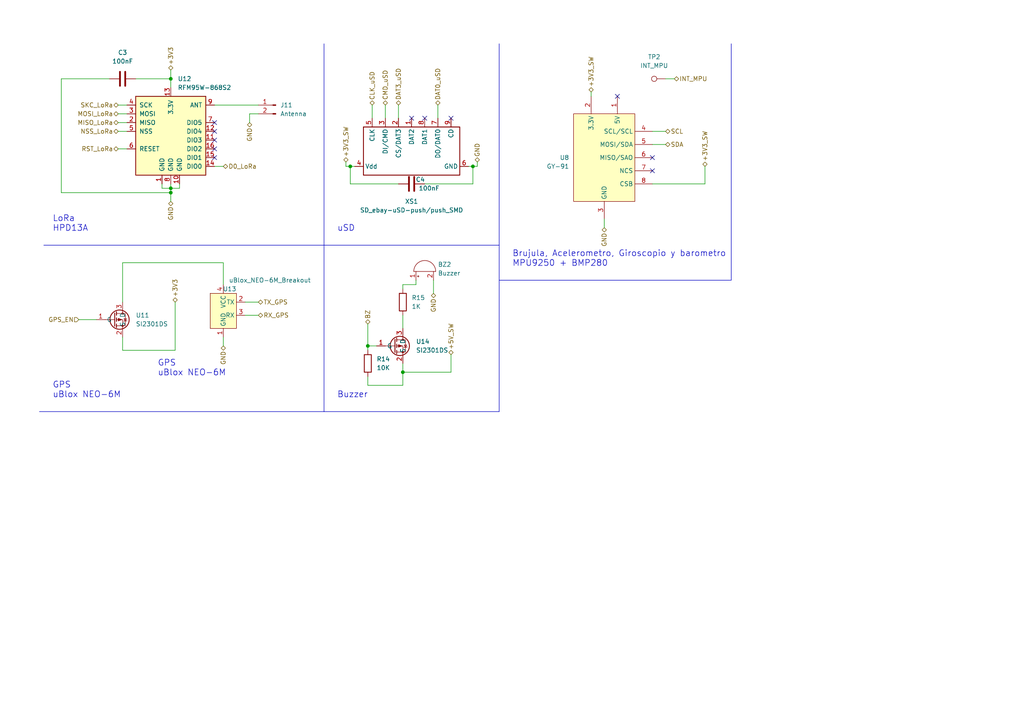
<source format=kicad_sch>
(kicad_sch (version 20230121) (generator eeschema)

  (uuid 758c1513-c11f-43e5-b570-ddb58c741ec0)

  (paper "A4")

  (title_block
    (title "mCALCAN: Placa Telemetria + GPS")
    (date "2022-10-10")
    (rev "3B_FULL")
    (company "gVIE")
    (comment 1 "Colegio: ITS Villada")
    (comment 2 "Córdoba, Argentina")
  )

  (lib_symbols
    (symbol "Connector:Conn_01x02_Male" (pin_names (offset 1.016) hide) (in_bom yes) (on_board yes)
      (property "Reference" "J" (at 0 2.54 0)
        (effects (font (size 1.27 1.27)))
      )
      (property "Value" "Conn_01x02_Male" (at 0 -5.08 0)
        (effects (font (size 1.27 1.27)))
      )
      (property "Footprint" "" (at 0 0 0)
        (effects (font (size 1.27 1.27)) hide)
      )
      (property "Datasheet" "~" (at 0 0 0)
        (effects (font (size 1.27 1.27)) hide)
      )
      (property "ki_keywords" "connector" (at 0 0 0)
        (effects (font (size 1.27 1.27)) hide)
      )
      (property "ki_description" "Generic connector, single row, 01x02, script generated (kicad-library-utils/schlib/autogen/connector/)" (at 0 0 0)
        (effects (font (size 1.27 1.27)) hide)
      )
      (property "ki_fp_filters" "Connector*:*_1x??_*" (at 0 0 0)
        (effects (font (size 1.27 1.27)) hide)
      )
      (symbol "Conn_01x02_Male_1_1"
        (polyline
          (pts
            (xy 1.27 -2.54)
            (xy 0.8636 -2.54)
          )
          (stroke (width 0.1524) (type default))
          (fill (type none))
        )
        (polyline
          (pts
            (xy 1.27 0)
            (xy 0.8636 0)
          )
          (stroke (width 0.1524) (type default))
          (fill (type none))
        )
        (rectangle (start 0.8636 -2.413) (end 0 -2.667)
          (stroke (width 0.1524) (type default))
          (fill (type outline))
        )
        (rectangle (start 0.8636 0.127) (end 0 -0.127)
          (stroke (width 0.1524) (type default))
          (fill (type outline))
        )
        (pin passive line (at 5.08 0 180) (length 3.81)
          (name "Pin_1" (effects (font (size 1.27 1.27))))
          (number "1" (effects (font (size 1.27 1.27))))
        )
        (pin passive line (at 5.08 -2.54 180) (length 3.81)
          (name "Pin_2" (effects (font (size 1.27 1.27))))
          (number "2" (effects (font (size 1.27 1.27))))
        )
      )
    )
    (symbol "Connector:TestPoint" (pin_numbers hide) (pin_names (offset 0.762) hide) (in_bom yes) (on_board yes)
      (property "Reference" "TP" (at 0 6.858 0)
        (effects (font (size 1.27 1.27)))
      )
      (property "Value" "TestPoint" (at 0 5.08 0)
        (effects (font (size 1.27 1.27)))
      )
      (property "Footprint" "" (at 5.08 0 0)
        (effects (font (size 1.27 1.27)) hide)
      )
      (property "Datasheet" "~" (at 5.08 0 0)
        (effects (font (size 1.27 1.27)) hide)
      )
      (property "ki_keywords" "test point tp" (at 0 0 0)
        (effects (font (size 1.27 1.27)) hide)
      )
      (property "ki_description" "test point" (at 0 0 0)
        (effects (font (size 1.27 1.27)) hide)
      )
      (property "ki_fp_filters" "Pin* Test*" (at 0 0 0)
        (effects (font (size 1.27 1.27)) hide)
      )
      (symbol "TestPoint_0_1"
        (circle (center 0 3.302) (radius 0.762)
          (stroke (width 0) (type default))
          (fill (type none))
        )
      )
      (symbol "TestPoint_1_1"
        (pin passive line (at 0 0 90) (length 2.54)
          (name "1" (effects (font (size 1.27 1.27))))
          (number "1" (effects (font (size 1.27 1.27))))
        )
      )
    )
    (symbol "Device:Buzzer" (pin_names (offset 0.0254) hide) (in_bom yes) (on_board yes)
      (property "Reference" "BZ" (at 3.81 1.27 0)
        (effects (font (size 1.27 1.27)) (justify left))
      )
      (property "Value" "Buzzer" (at 3.81 -1.27 0)
        (effects (font (size 1.27 1.27)) (justify left))
      )
      (property "Footprint" "" (at -0.635 2.54 90)
        (effects (font (size 1.27 1.27)) hide)
      )
      (property "Datasheet" "~" (at -0.635 2.54 90)
        (effects (font (size 1.27 1.27)) hide)
      )
      (property "ki_keywords" "quartz resonator ceramic" (at 0 0 0)
        (effects (font (size 1.27 1.27)) hide)
      )
      (property "ki_description" "Buzzer, polarized" (at 0 0 0)
        (effects (font (size 1.27 1.27)) hide)
      )
      (property "ki_fp_filters" "*Buzzer*" (at 0 0 0)
        (effects (font (size 1.27 1.27)) hide)
      )
      (symbol "Buzzer_0_1"
        (arc (start 0 -3.175) (mid 3.1612 0) (end 0 3.175)
          (stroke (width 0) (type default))
          (fill (type none))
        )
        (polyline
          (pts
            (xy -1.651 1.905)
            (xy -1.143 1.905)
          )
          (stroke (width 0) (type default))
          (fill (type none))
        )
        (polyline
          (pts
            (xy -1.397 2.159)
            (xy -1.397 1.651)
          )
          (stroke (width 0) (type default))
          (fill (type none))
        )
        (polyline
          (pts
            (xy 0 3.175)
            (xy 0 -3.175)
          )
          (stroke (width 0) (type default))
          (fill (type none))
        )
      )
      (symbol "Buzzer_1_1"
        (pin passive line (at -2.54 2.54 0) (length 2.54)
          (name "-" (effects (font (size 1.27 1.27))))
          (number "1" (effects (font (size 1.27 1.27))))
        )
        (pin passive line (at -2.54 -2.54 0) (length 2.54)
          (name "+" (effects (font (size 1.27 1.27))))
          (number "2" (effects (font (size 1.27 1.27))))
        )
      )
    )
    (symbol "Device:C" (pin_numbers hide) (pin_names (offset 0.254)) (in_bom yes) (on_board yes)
      (property "Reference" "C" (at 0.635 2.54 0)
        (effects (font (size 1.27 1.27)) (justify left))
      )
      (property "Value" "C" (at 0.635 -2.54 0)
        (effects (font (size 1.27 1.27)) (justify left))
      )
      (property "Footprint" "" (at 0.9652 -3.81 0)
        (effects (font (size 1.27 1.27)) hide)
      )
      (property "Datasheet" "~" (at 0 0 0)
        (effects (font (size 1.27 1.27)) hide)
      )
      (property "ki_keywords" "cap capacitor" (at 0 0 0)
        (effects (font (size 1.27 1.27)) hide)
      )
      (property "ki_description" "Unpolarized capacitor" (at 0 0 0)
        (effects (font (size 1.27 1.27)) hide)
      )
      (property "ki_fp_filters" "C_*" (at 0 0 0)
        (effects (font (size 1.27 1.27)) hide)
      )
      (symbol "C_0_1"
        (polyline
          (pts
            (xy -2.032 -0.762)
            (xy 2.032 -0.762)
          )
          (stroke (width 0.508) (type default))
          (fill (type none))
        )
        (polyline
          (pts
            (xy -2.032 0.762)
            (xy 2.032 0.762)
          )
          (stroke (width 0.508) (type default))
          (fill (type none))
        )
      )
      (symbol "C_1_1"
        (pin passive line (at 0 3.81 270) (length 2.794)
          (name "~" (effects (font (size 1.27 1.27))))
          (number "1" (effects (font (size 1.27 1.27))))
        )
        (pin passive line (at 0 -3.81 90) (length 2.794)
          (name "~" (effects (font (size 1.27 1.27))))
          (number "2" (effects (font (size 1.27 1.27))))
        )
      )
    )
    (symbol "Device:R" (pin_numbers hide) (pin_names (offset 0)) (in_bom yes) (on_board yes)
      (property "Reference" "R" (at 2.032 0 90)
        (effects (font (size 1.27 1.27)))
      )
      (property "Value" "R" (at 0 0 90)
        (effects (font (size 1.27 1.27)))
      )
      (property "Footprint" "" (at -1.778 0 90)
        (effects (font (size 1.27 1.27)) hide)
      )
      (property "Datasheet" "~" (at 0 0 0)
        (effects (font (size 1.27 1.27)) hide)
      )
      (property "ki_keywords" "R res resistor" (at 0 0 0)
        (effects (font (size 1.27 1.27)) hide)
      )
      (property "ki_description" "Resistor" (at 0 0 0)
        (effects (font (size 1.27 1.27)) hide)
      )
      (property "ki_fp_filters" "R_*" (at 0 0 0)
        (effects (font (size 1.27 1.27)) hide)
      )
      (symbol "R_0_1"
        (rectangle (start -1.016 -2.54) (end 1.016 2.54)
          (stroke (width 0.254) (type default))
          (fill (type none))
        )
      )
      (symbol "R_1_1"
        (pin passive line (at 0 3.81 270) (length 1.27)
          (name "~" (effects (font (size 1.27 1.27))))
          (number "1" (effects (font (size 1.27 1.27))))
        )
        (pin passive line (at 0 -3.81 90) (length 1.27)
          (name "~" (effects (font (size 1.27 1.27))))
          (number "2" (effects (font (size 1.27 1.27))))
        )
      )
    )
    (symbol "RF_Module:RFM95W-868S2" (pin_names (offset 1.016)) (in_bom yes) (on_board yes)
      (property "Reference" "U" (at -10.414 11.684 0)
        (effects (font (size 1.27 1.27)) (justify left))
      )
      (property "Value" "RFM95W-868S2" (at 1.524 11.43 0)
        (effects (font (size 1.27 1.27)) (justify left))
      )
      (property "Footprint" "" (at -83.82 41.91 0)
        (effects (font (size 1.27 1.27)) hide)
      )
      (property "Datasheet" "https://www.hoperf.com/data/upload/portal/20181127/5bfcbea20e9ef.pdf" (at -83.82 41.91 0)
        (effects (font (size 1.27 1.27)) hide)
      )
      (property "ki_keywords" "Low power long range transceiver module" (at 0 0 0)
        (effects (font (size 1.27 1.27)) hide)
      )
      (property "ki_description" "Low power long range transceiver module, SPI and parallel interface, 868 MHz, spreading factor 6 to12, bandwith 7.8 to 500kHz, -111 to -148 dBm, SMD-16, DIP-16" (at 0 0 0)
        (effects (font (size 1.27 1.27)) hide)
      )
      (property "ki_fp_filters" "HOPERF*RFM9XW*" (at 0 0 0)
        (effects (font (size 1.27 1.27)) hide)
      )
      (symbol "RFM95W-868S2_0_1"
        (rectangle (start -10.16 10.16) (end 10.16 -12.7)
          (stroke (width 0.254) (type default))
          (fill (type background))
        )
      )
      (symbol "RFM95W-868S2_1_1"
        (pin power_in line (at -2.54 -15.24 90) (length 2.54)
          (name "GND" (effects (font (size 1.27 1.27))))
          (number "1" (effects (font (size 1.27 1.27))))
        )
        (pin power_in line (at 2.54 -15.24 90) (length 2.54)
          (name "GND" (effects (font (size 1.27 1.27))))
          (number "10" (effects (font (size 1.27 1.27))))
        )
        (pin bidirectional line (at 12.7 -2.54 180) (length 2.54)
          (name "DIO3" (effects (font (size 1.27 1.27))))
          (number "11" (effects (font (size 1.27 1.27))))
        )
        (pin bidirectional line (at 12.7 0 180) (length 2.54)
          (name "DIO4" (effects (font (size 1.27 1.27))))
          (number "12" (effects (font (size 1.27 1.27))))
        )
        (pin power_in line (at 0 12.7 270) (length 2.54)
          (name "3.3V" (effects (font (size 1.27 1.27))))
          (number "13" (effects (font (size 1.27 1.27))))
        )
        (pin bidirectional line (at 12.7 -10.16 180) (length 2.54)
          (name "DIO0" (effects (font (size 1.27 1.27))))
          (number "14" (effects (font (size 1.27 1.27))))
        )
        (pin bidirectional line (at 12.7 -7.62 180) (length 2.54)
          (name "DIO1" (effects (font (size 1.27 1.27))))
          (number "15" (effects (font (size 1.27 1.27))))
        )
        (pin bidirectional line (at 12.7 -5.08 180) (length 2.54)
          (name "DIO2" (effects (font (size 1.27 1.27))))
          (number "16" (effects (font (size 1.27 1.27))))
        )
        (pin output line (at -12.7 2.54 0) (length 2.54)
          (name "MISO" (effects (font (size 1.27 1.27))))
          (number "2" (effects (font (size 1.27 1.27))))
        )
        (pin input line (at -12.7 5.08 0) (length 2.54)
          (name "MOSI" (effects (font (size 1.27 1.27))))
          (number "3" (effects (font (size 1.27 1.27))))
        )
        (pin input line (at -12.7 7.62 0) (length 2.54)
          (name "SCK" (effects (font (size 1.27 1.27))))
          (number "4" (effects (font (size 1.27 1.27))))
        )
        (pin input line (at -12.7 0 0) (length 2.54)
          (name "NSS" (effects (font (size 1.27 1.27))))
          (number "5" (effects (font (size 1.27 1.27))))
        )
        (pin bidirectional line (at -12.7 -5.08 0) (length 2.54)
          (name "RESET" (effects (font (size 1.27 1.27))))
          (number "6" (effects (font (size 1.27 1.27))))
        )
        (pin bidirectional line (at 12.7 2.54 180) (length 2.54)
          (name "DIO5" (effects (font (size 1.27 1.27))))
          (number "7" (effects (font (size 1.27 1.27))))
        )
        (pin power_in line (at 0 -15.24 90) (length 2.54)
          (name "GND" (effects (font (size 1.27 1.27))))
          (number "8" (effects (font (size 1.27 1.27))))
        )
        (pin bidirectional line (at 12.7 7.62 180) (length 2.54)
          (name "ANT" (effects (font (size 1.27 1.27))))
          (number "9" (effects (font (size 1.27 1.27))))
        )
      )
    )
    (symbol "mCALCAN_lib:GY-91" (in_bom yes) (on_board yes)
      (property "Reference" "U" (at 7.62 13.97 0)
        (effects (font (size 1.27 1.27)))
      )
      (property "Value" "GY-91" (at 10.16 16.51 0)
        (effects (font (size 1.27 1.27)))
      )
      (property "Footprint" "" (at -1.27 3.81 0)
        (effects (font (size 1.27 1.27)) hide)
      )
      (property "Datasheet" "" (at -1.27 3.81 0)
        (effects (font (size 1.27 1.27)) hide)
      )
      (symbol "GY-91_0_1"
        (rectangle (start -8.89 12.7) (end 8.89 -12.7)
          (stroke (width 0) (type default))
          (fill (type background))
        )
      )
      (symbol "GY-91_1_1"
        (pin power_in line (at 3.81 17.78 270) (length 5.08)
          (name "5V" (effects (font (size 1.27 1.27))))
          (number "1" (effects (font (size 1.27 1.27))))
        )
        (pin power_in line (at -3.81 17.78 270) (length 5.08)
          (name "3.3V" (effects (font (size 1.27 1.27))))
          (number "2" (effects (font (size 1.27 1.27))))
        )
        (pin power_in line (at 0 -17.78 90) (length 5.08)
          (name "GND" (effects (font (size 1.27 1.27))))
          (number "3" (effects (font (size 1.27 1.27))))
        )
        (pin bidirectional line (at 13.97 7.62 180) (length 5.08)
          (name "SCL/SCL" (effects (font (size 1.27 1.27))))
          (number "4" (effects (font (size 1.27 1.27))))
        )
        (pin bidirectional line (at 13.97 3.81 180) (length 5.08)
          (name "MOSI/SDA" (effects (font (size 1.27 1.27))))
          (number "5" (effects (font (size 1.27 1.27))))
        )
        (pin bidirectional line (at 13.97 0 180) (length 5.08)
          (name "MISO/SAO" (effects (font (size 1.27 1.27))))
          (number "6" (effects (font (size 1.27 1.27))))
        )
        (pin bidirectional line (at 13.97 -3.81 180) (length 5.08)
          (name "NCS" (effects (font (size 1.27 1.27))))
          (number "7" (effects (font (size 1.27 1.27))))
        )
        (pin bidirectional line (at 13.97 -7.62 180) (length 5.08)
          (name "CSB" (effects (font (size 1.27 1.27))))
          (number "8" (effects (font (size 1.27 1.27))))
        )
      )
    )
    (symbol "mCALCAN_lib:SD_ebay-uSD-push{brace}slash}push_SMD" (in_bom yes) (on_board yes)
      (property "Reference" "XS" (at 5.715 -14.605 0)
        (effects (font (size 1.27 1.27)))
      )
      (property "Value" "SD_ebay-uSD-push{brace}slash}push_SMD" (at -8.255 0 90)
        (effects (font (size 1.27 1.27)))
      )
      (property "Footprint" "Connectors:Conn_uSDcard" (at 0 0 0)
        (effects (font (size 0.254 0.254)) hide)
      )
      (property "Datasheet" "_" (at 0 0 0)
        (effects (font (size 0.254 0.254)) hide)
      )
      (property "Manf#" "_" (at 0 0 0)
        (effects (font (size 0.254 0.254)) hide)
      )
      (property "Manf" "ebay" (at 0 0 0)
        (effects (font (size 0.254 0.254)) hide)
      )
      (symbol "SD_ebay-uSD-push{brace}slash}push_SMD_0_0"
        (rectangle (start -6.35 13.97) (end 7.62 -13.97)
          (stroke (width 0.254) (type default))
          (fill (type none))
        )
      )
      (symbol "SD_ebay-uSD-push{brace}slash}push_SMD_1_1"
        (pin bidirectional line (at 10.16 0 180) (length 2.54)
          (name "DAT2" (effects (font (size 1.27 1.27))))
          (number "1" (effects (font (size 1.27 1.27))))
        )
        (pin input line (at 10.16 3.81 180) (length 2.54)
          (name "CS/DAT3" (effects (font (size 1.27 1.27))))
          (number "2" (effects (font (size 1.27 1.27))))
        )
        (pin input line (at 10.16 7.62 180) (length 2.54)
          (name "DI/CMD" (effects (font (size 1.27 1.27))))
          (number "3" (effects (font (size 1.27 1.27))))
        )
        (pin input line (at -3.81 16.51 270) (length 2.54)
          (name "Vdd" (effects (font (size 1.27 1.27))))
          (number "4" (effects (font (size 1.27 1.27))))
        )
        (pin input line (at 10.16 11.43 180) (length 2.54)
          (name "CLK" (effects (font (size 1.27 1.27))))
          (number "5" (effects (font (size 1.27 1.27))))
        )
        (pin input line (at -3.81 -16.51 90) (length 2.54)
          (name "GND" (effects (font (size 1.27 1.27))))
          (number "6" (effects (font (size 1.27 1.27))))
        )
        (pin input line (at 10.16 -7.62 180) (length 2.54)
          (name "DO/DAT0" (effects (font (size 1.27 1.27))))
          (number "7" (effects (font (size 1.27 1.27))))
        )
        (pin bidirectional line (at 10.16 -3.81 180) (length 2.54)
          (name "DAT1" (effects (font (size 1.27 1.27))))
          (number "8" (effects (font (size 1.27 1.27))))
        )
        (pin input line (at 10.16 -11.43 180) (length 2.54)
          (name "CD" (effects (font (size 1.27 1.27))))
          (number "9" (effects (font (size 1.27 1.27))))
        )
      )
    )
    (symbol "mCALCAN_lib:SI2301DS" (in_bom yes) (on_board yes)
      (property "Reference" "U" (at 2.54 -1.27 0)
        (effects (font (size 1.27 1.27)))
      )
      (property "Value" "SI2301DS" (at 6.35 1.27 0)
        (effects (font (size 1.27 1.27)))
      )
      (property "Footprint" "" (at 0 12.7 0)
        (effects (font (size 1.27 1.27)) hide)
      )
      (property "Datasheet" "" (at 0 12.7 0)
        (effects (font (size 1.27 1.27)) hide)
      )
      (symbol "SI2301DS_0_1"
        (circle (center -0.889 0) (radius 2.794)
          (stroke (width 0.254) (type default))
          (fill (type none))
        )
        (circle (center 0 -1.778) (radius 0.254)
          (stroke (width 0) (type default))
          (fill (type outline))
        )
        (polyline
          (pts
            (xy -2.286 0)
            (xy -5.08 0)
          )
          (stroke (width 0) (type default))
          (fill (type none))
        )
        (polyline
          (pts
            (xy -2.286 1.905)
            (xy -2.286 -1.905)
          )
          (stroke (width 0.254) (type default))
          (fill (type none))
        )
        (polyline
          (pts
            (xy -1.778 -1.27)
            (xy -1.778 -2.286)
          )
          (stroke (width 0.254) (type default))
          (fill (type none))
        )
        (polyline
          (pts
            (xy -1.778 0.508)
            (xy -1.778 -0.508)
          )
          (stroke (width 0.254) (type default))
          (fill (type none))
        )
        (polyline
          (pts
            (xy -1.778 2.286)
            (xy -1.778 1.27)
          )
          (stroke (width 0.254) (type default))
          (fill (type none))
        )
        (polyline
          (pts
            (xy 0 2.54)
            (xy 0 1.778)
          )
          (stroke (width 0) (type default))
          (fill (type none))
        )
        (polyline
          (pts
            (xy 0 -2.54)
            (xy 0 0)
            (xy -1.778 0)
          )
          (stroke (width 0) (type default))
          (fill (type none))
        )
        (polyline
          (pts
            (xy -1.778 1.778)
            (xy 0.762 1.778)
            (xy 0.762 -1.778)
            (xy -1.778 -1.778)
          )
          (stroke (width 0) (type default))
          (fill (type none))
        )
        (polyline
          (pts
            (xy -0.254 0)
            (xy -1.27 0.381)
            (xy -1.27 -0.381)
            (xy -0.254 0)
          )
          (stroke (width 0) (type default))
          (fill (type outline))
        )
        (polyline
          (pts
            (xy 0.254 -0.508)
            (xy 0.381 -0.381)
            (xy 1.143 -0.381)
            (xy 1.27 -0.254)
          )
          (stroke (width 0) (type default))
          (fill (type none))
        )
        (polyline
          (pts
            (xy 0.762 -0.381)
            (xy 0.381 0.254)
            (xy 1.143 0.254)
            (xy 0.762 -0.381)
          )
          (stroke (width 0) (type default))
          (fill (type none))
        )
        (circle (center 0 1.778) (radius 0.254)
          (stroke (width 0) (type default))
          (fill (type outline))
        )
      )
      (symbol "SI2301DS_1_1"
        (pin input line (at -7.62 0 0) (length 2.54)
          (name "G" (effects (font (size 1.27 1.27))))
          (number "1" (effects (font (size 1.27 1.27))))
        )
        (pin passive line (at 0 -5.08 90) (length 2.54)
          (name "S" (effects (font (size 1.27 1.27))))
          (number "2" (effects (font (size 1.27 1.27))))
        )
        (pin passive line (at 0 5.08 270) (length 2.54)
          (name "D" (effects (font (size 1.27 1.27))))
          (number "3" (effects (font (size 1.27 1.27))))
        )
      )
    )
    (symbol "mCALCAN_lib:uBlox_NEO-6M_Breakout" (in_bom yes) (on_board yes)
      (property "Reference" "U" (at 2.54 8.89 0)
        (effects (font (size 1.27 1.27)))
      )
      (property "Value" "uBlox_NEO-6M_Breakout" (at 12.7 11.43 0)
        (effects (font (size 1.27 1.27)))
      )
      (property "Footprint" "" (at -1.27 2.54 0)
        (effects (font (size 1.27 1.27)) hide)
      )
      (property "Datasheet" "" (at -1.27 2.54 0)
        (effects (font (size 1.27 1.27)) hide)
      )
      (symbol "uBlox_NEO-6M_Breakout_0_1"
        (rectangle (start -3.81 5.08) (end 3.81 -5.08)
          (stroke (width 0) (type default))
          (fill (type background))
        )
      )
      (symbol "uBlox_NEO-6M_Breakout_1_1"
        (pin power_in line (at 0 -7.62 90) (length 2.54)
          (name "GND" (effects (font (size 1.27 1.27))))
          (number "1" (effects (font (size 1.27 1.27))))
        )
        (pin output line (at 6.35 2.54 180) (length 2.54)
          (name "TX" (effects (font (size 1.27 1.27))))
          (number "2" (effects (font (size 1.27 1.27))))
        )
        (pin input line (at 6.35 -1.27 180) (length 2.54)
          (name "RX" (effects (font (size 1.27 1.27))))
          (number "3" (effects (font (size 1.27 1.27))))
        )
        (pin power_in line (at 0 7.62 270) (length 2.54)
          (name "VCC" (effects (font (size 1.27 1.27))))
          (number "4" (effects (font (size 1.27 1.27))))
        )
      )
    )
  )

  (junction (at 101.6 48.26) (diameter 0) (color 0 0 0 0)
    (uuid 218c6066-3e59-46da-8c69-fffecc55d6eb)
  )
  (junction (at 49.53 22.86) (diameter 0) (color 0 0 0 0)
    (uuid 2d0f3877-5610-436f-ae3f-24fe5706ae72)
  )
  (junction (at 106.68 100.33) (diameter 0) (color 0 0 0 0)
    (uuid 46393826-a5b6-4a00-9cb9-1bd6bfd6b543)
  )
  (junction (at 116.84 107.95) (diameter 0) (color 0 0 0 0)
    (uuid 4b51dc23-0a81-4374-8df5-0eff274a428b)
  )
  (junction (at 137.16 48.26) (diameter 0) (color 0 0 0 0)
    (uuid 69ae0676-0d26-4d62-8d9e-b3035e2bd553)
  )
  (junction (at 49.53 54.61) (diameter 0) (color 0 0 0 0)
    (uuid 707be7ae-ec59-4204-81af-48212717dd9d)
  )
  (junction (at 49.53 55.88) (diameter 0) (color 0 0 0 0)
    (uuid b81f39b6-71dd-4452-999c-769d301895a9)
  )

  (no_connect (at 130.81 34.29) (uuid 1209f6e3-0717-4a17-be6e-4e41f84c346a))
  (no_connect (at 123.19 34.29) (uuid 1209f6e3-0717-4a17-be6e-4e41f84c346b))
  (no_connect (at 119.38 34.29) (uuid 1209f6e3-0717-4a17-be6e-4e41f84c346c))
  (no_connect (at 179.07 27.94) (uuid 89a10083-d75b-414e-bf9b-633363e5b12e))
  (no_connect (at 189.23 49.53) (uuid 91f93a1f-c761-4772-9542-e664b53ab29f))
  (no_connect (at 189.23 45.72) (uuid d086a384-632a-4736-8551-b1614c0e93ef))
  (no_connect (at 62.23 38.1) (uuid d273ebb3-58e8-45af-b8b6-fd97c97cb960))
  (no_connect (at 62.23 45.72) (uuid d273ebb3-58e8-45af-b8b6-fd97c97cb961))
  (no_connect (at 62.23 43.18) (uuid d273ebb3-58e8-45af-b8b6-fd97c97cb962))
  (no_connect (at 62.23 40.64) (uuid d273ebb3-58e8-45af-b8b6-fd97c97cb963))
  (no_connect (at 62.23 35.56) (uuid d273ebb3-58e8-45af-b8b6-fd97c97cb964))

  (polyline (pts (xy 212.09 81.28) (xy 212.09 12.7))
    (stroke (width 0) (type default))
    (uuid 035814e8-37cc-41ec-9a00-69d30835494a)
  )

  (wire (pts (xy 116.84 107.95) (xy 130.81 107.95))
    (stroke (width 0) (type default))
    (uuid 0db0a7b7-4866-4425-b8b7-a14f89ed95c6)
  )
  (wire (pts (xy 130.81 102.87) (xy 130.81 107.95))
    (stroke (width 0) (type default))
    (uuid 13a72a42-b6f4-4e42-a1e8-4f56809183ff)
  )
  (wire (pts (xy 127 30.48) (xy 127 34.29))
    (stroke (width 0) (type default))
    (uuid 183a4682-212c-4139-98d9-dd373c929022)
  )
  (wire (pts (xy 71.12 91.44) (xy 74.93 91.44))
    (stroke (width 0) (type default))
    (uuid 1975351b-840b-4e5f-a725-d2893858f872)
  )
  (wire (pts (xy 17.78 22.86) (xy 17.78 55.88))
    (stroke (width 0) (type default))
    (uuid 1e32fdd4-2ea9-46c3-89a3-f85ba59f5250)
  )
  (wire (pts (xy 72.39 33.02) (xy 74.93 33.02))
    (stroke (width 0) (type default))
    (uuid 1e977860-7a58-46ec-bb32-dd58c25dfb86)
  )
  (wire (pts (xy 46.99 53.34) (xy 46.99 54.61))
    (stroke (width 0) (type default))
    (uuid 2f2c4ad9-ddb8-41ec-98d7-f76dea5d254d)
  )
  (wire (pts (xy 35.56 87.63) (xy 35.56 76.2))
    (stroke (width 0) (type default))
    (uuid 33c0f721-931e-48dd-a521-0ea8ec3da03b)
  )
  (wire (pts (xy 49.53 54.61) (xy 49.53 55.88))
    (stroke (width 0) (type default))
    (uuid 371a7746-8ef5-436c-8d45-285e2c456764)
  )
  (wire (pts (xy 71.12 87.63) (xy 74.93 87.63))
    (stroke (width 0) (type default))
    (uuid 3761cd20-c69a-474c-91fc-894b62d3ac1f)
  )
  (polyline (pts (xy 11.43 119.38) (xy 93.98 119.38))
    (stroke (width 0) (type default))
    (uuid 391d3cd7-cfd2-4dc7-af8f-00bfa6475b6a)
  )

  (wire (pts (xy 115.57 53.34) (xy 101.6 53.34))
    (stroke (width 0) (type default))
    (uuid 39ae6786-1ccc-4387-8a90-d057179584b7)
  )
  (wire (pts (xy 72.39 35.56) (xy 72.39 33.02))
    (stroke (width 0) (type default))
    (uuid 3f1c32d6-8baf-47bf-ab07-987b0b0cf9eb)
  )
  (wire (pts (xy 35.56 97.79) (xy 35.56 101.6))
    (stroke (width 0) (type default))
    (uuid 4059b87d-4d5a-489a-9495-a9fda3e3ab86)
  )
  (wire (pts (xy 138.43 48.26) (xy 138.43 46.99))
    (stroke (width 0) (type default))
    (uuid 426a155d-7092-4564-9d7f-7ed9e6bc5b0b)
  )
  (wire (pts (xy 101.6 48.26) (xy 100.33 48.26))
    (stroke (width 0) (type default))
    (uuid 481a49ac-f171-45d4-a3bc-b8a87a6c9581)
  )
  (wire (pts (xy 120.65 82.55) (xy 120.65 81.28))
    (stroke (width 0) (type default))
    (uuid 4ad88d0c-4824-4e7c-bf5c-aeb6b56e277f)
  )
  (wire (pts (xy 116.84 82.55) (xy 120.65 82.55))
    (stroke (width 0) (type default))
    (uuid 4b0ea356-6c07-483b-bdac-1b15cfcbc175)
  )
  (wire (pts (xy 189.23 38.1) (xy 193.04 38.1))
    (stroke (width 0) (type default))
    (uuid 4dfb176a-5433-45cc-8c99-0855bf544cd2)
  )
  (wire (pts (xy 193.04 22.86) (xy 195.58 22.86))
    (stroke (width 0) (type default))
    (uuid 5ab6069b-6faf-49e9-8eb4-a79afcca951b)
  )
  (wire (pts (xy 34.29 35.56) (xy 36.83 35.56))
    (stroke (width 0) (type default))
    (uuid 5df0fc77-5063-4c21-a898-daf5f0c7d126)
  )
  (polyline (pts (xy 93.98 12.7) (xy 93.98 71.12))
    (stroke (width 0) (type default))
    (uuid 624d7dfe-b62c-43d1-be54-9365187252a4)
  )

  (wire (pts (xy 62.23 48.26) (xy 64.77 48.26))
    (stroke (width 0) (type default))
    (uuid 63dee9bd-446f-4230-bf8f-7f4e2a6eef44)
  )
  (polyline (pts (xy 144.78 12.7) (xy 144.78 71.12))
    (stroke (width 0) (type default))
    (uuid 668b02e0-6d65-4bd5-abac-2463b7559f01)
  )
  (polyline (pts (xy 191.77 81.28) (xy 212.09 81.28))
    (stroke (width 0) (type default))
    (uuid 669a3c34-be59-4b33-8902-e68b6460ce6e)
  )

  (wire (pts (xy 34.29 30.48) (xy 36.83 30.48))
    (stroke (width 0) (type default))
    (uuid 675528d0-3b42-497f-a17f-2fa4481a1833)
  )
  (wire (pts (xy 101.6 53.34) (xy 101.6 48.26))
    (stroke (width 0) (type default))
    (uuid 675bf47d-8890-4d06-bdc0-13e1a2df5221)
  )
  (wire (pts (xy 204.47 53.34) (xy 204.47 48.26))
    (stroke (width 0) (type default))
    (uuid 688e96aa-877f-4189-9f27-736b8486b04d)
  )
  (wire (pts (xy 49.53 55.88) (xy 49.53 58.42))
    (stroke (width 0) (type default))
    (uuid 68f4c20f-1f3c-4fbc-99a9-62d9c4f6d1f6)
  )
  (wire (pts (xy 189.23 53.34) (xy 204.47 53.34))
    (stroke (width 0) (type default))
    (uuid 73b2d917-a34b-41bf-a908-ea1127a16369)
  )
  (polyline (pts (xy 144.78 81.28) (xy 191.77 81.28))
    (stroke (width 0) (type default))
    (uuid 74e325d1-b4fa-43f3-8e4d-b5327ffeeddd)
  )

  (wire (pts (xy 171.45 26.67) (xy 171.45 27.94))
    (stroke (width 0) (type default))
    (uuid 78a49f0f-f152-4936-aa40-39d13a2c3103)
  )
  (polyline (pts (xy 200.66 22.86) (xy 200.66 22.86))
    (stroke (width 0) (type default))
    (uuid 7c6d8a13-67e8-4133-bcb6-d404d9f95499)
  )

  (wire (pts (xy 116.84 91.44) (xy 116.84 95.25))
    (stroke (width 0) (type default))
    (uuid 7f76aae2-7957-4a8e-a292-e18f8d96ea8e)
  )
  (wire (pts (xy 46.99 54.61) (xy 49.53 54.61))
    (stroke (width 0) (type default))
    (uuid 83f0f365-73b6-47ab-b952-7aa99e561e31)
  )
  (wire (pts (xy 62.23 30.48) (xy 74.93 30.48))
    (stroke (width 0) (type default))
    (uuid 880d3d91-ade7-4187-9d33-410e1d3aba53)
  )
  (wire (pts (xy 111.76 30.48) (xy 111.76 34.29))
    (stroke (width 0) (type default))
    (uuid 9446be58-5835-4d9d-89d1-21d29a7b00f2)
  )
  (wire (pts (xy 64.77 97.79) (xy 64.77 100.33))
    (stroke (width 0) (type default))
    (uuid 94e6e37a-59f7-4736-a426-22176fa688e9)
  )
  (polyline (pts (xy 93.98 119.38) (xy 144.78 119.38))
    (stroke (width 0) (type default))
    (uuid 9c212f41-ebe8-4c8b-b7fd-4bd99b9bb36a)
  )

  (wire (pts (xy 100.33 48.26) (xy 100.33 46.99))
    (stroke (width 0) (type default))
    (uuid a17e794b-ab12-4576-aaa5-d5edba73a1b7)
  )
  (wire (pts (xy 64.77 76.2) (xy 64.77 82.55))
    (stroke (width 0) (type default))
    (uuid a486cb51-310a-459c-8338-17c76fedc838)
  )
  (wire (pts (xy 35.56 76.2) (xy 64.77 76.2))
    (stroke (width 0) (type default))
    (uuid a99b44d5-9ab2-44c7-8c29-32ab82ed8ef7)
  )
  (wire (pts (xy 49.53 22.86) (xy 49.53 25.4))
    (stroke (width 0) (type default))
    (uuid ab3eb8f7-f0aa-47d8-a1b0-89d761c9401b)
  )
  (wire (pts (xy 106.68 111.76) (xy 116.84 111.76))
    (stroke (width 0) (type default))
    (uuid acae8496-b796-4440-9260-ea1d345bf79a)
  )
  (wire (pts (xy 22.86 92.71) (xy 27.94 92.71))
    (stroke (width 0) (type default))
    (uuid adf2a47c-04aa-44a8-8f44-681b56faefb7)
  )
  (wire (pts (xy 102.87 48.26) (xy 101.6 48.26))
    (stroke (width 0) (type default))
    (uuid bb704cfe-fafe-4bc3-b193-c9ef529b98df)
  )
  (wire (pts (xy 123.19 53.34) (xy 137.16 53.34))
    (stroke (width 0) (type default))
    (uuid c1d9f4d1-14b5-4306-933b-3f26f7e9b197)
  )
  (wire (pts (xy 49.53 53.34) (xy 49.53 54.61))
    (stroke (width 0) (type default))
    (uuid c3a66a4f-1f72-4e4d-8481-2a54010b1c2f)
  )
  (wire (pts (xy 106.68 100.33) (xy 106.68 101.6))
    (stroke (width 0) (type default))
    (uuid c411bd44-4bad-4102-9d36-9a10be2a3ea5)
  )
  (wire (pts (xy 137.16 48.26) (xy 138.43 48.26))
    (stroke (width 0) (type default))
    (uuid c4c8a6f0-5d6f-45e8-baed-6092ebb5d574)
  )
  (wire (pts (xy 116.84 83.82) (xy 116.84 82.55))
    (stroke (width 0) (type default))
    (uuid c77eb547-c709-4afa-ba2f-418f5cbc032a)
  )
  (wire (pts (xy 107.95 30.48) (xy 107.95 34.29))
    (stroke (width 0) (type default))
    (uuid ccaf20dc-b73e-4695-b776-ff9d38ab6fbf)
  )
  (wire (pts (xy 35.56 101.6) (xy 50.8 101.6))
    (stroke (width 0) (type default))
    (uuid d3993c67-ce11-4c8c-8f50-426276675c4a)
  )
  (wire (pts (xy 135.89 48.26) (xy 137.16 48.26))
    (stroke (width 0) (type default))
    (uuid d53d50b5-8de4-4177-ad05-e50e115fe166)
  )
  (wire (pts (xy 116.84 107.95) (xy 116.84 105.41))
    (stroke (width 0) (type default))
    (uuid d5ebe25e-605a-457f-99e8-95d4f6404449)
  )
  (wire (pts (xy 189.23 41.91) (xy 193.04 41.91))
    (stroke (width 0) (type default))
    (uuid d652717d-4f06-4645-983e-c2a9f0ceda00)
  )
  (wire (pts (xy 106.68 93.98) (xy 106.68 100.33))
    (stroke (width 0) (type default))
    (uuid d860dc6b-c573-47d8-bc5c-78170a43fecb)
  )
  (wire (pts (xy 115.57 30.48) (xy 115.57 34.29))
    (stroke (width 0) (type default))
    (uuid da0187e6-aab7-45c6-9bad-3044d0834bea)
  )
  (wire (pts (xy 52.07 54.61) (xy 49.53 54.61))
    (stroke (width 0) (type default))
    (uuid db00ab43-2b6c-4667-a6a1-b1030ff5dbb5)
  )
  (wire (pts (xy 49.53 20.32) (xy 49.53 22.86))
    (stroke (width 0) (type default))
    (uuid dee864f9-13bf-43c0-9354-5a319af1e92a)
  )
  (wire (pts (xy 34.29 33.02) (xy 36.83 33.02))
    (stroke (width 0) (type default))
    (uuid e0340d7d-c7ac-417f-8eb7-950bb6546478)
  )
  (wire (pts (xy 31.75 22.86) (xy 17.78 22.86))
    (stroke (width 0) (type default))
    (uuid e09af9eb-89e7-46e0-ae96-e2498a75aa7e)
  )
  (wire (pts (xy 52.07 53.34) (xy 52.07 54.61))
    (stroke (width 0) (type default))
    (uuid e21c28bc-4c68-46f5-a52c-274e227dfa91)
  )
  (polyline (pts (xy 93.98 71.12) (xy 93.98 119.38))
    (stroke (width 0) (type default))
    (uuid e36ef450-2540-4ce7-a736-370356ff4a60)
  )

  (wire (pts (xy 17.78 55.88) (xy 49.53 55.88))
    (stroke (width 0) (type default))
    (uuid e466cd25-a693-4c46-badd-67ce595c652a)
  )
  (wire (pts (xy 39.37 22.86) (xy 49.53 22.86))
    (stroke (width 0) (type default))
    (uuid e62b5bf0-bd0a-461c-8eb5-d85b4ced9b68)
  )
  (polyline (pts (xy 12.7 71.12) (xy 144.78 71.12))
    (stroke (width 0) (type default))
    (uuid e9470515-ac6b-4e4d-93e4-abb284be5f1b)
  )

  (wire (pts (xy 106.68 109.22) (xy 106.68 111.76))
    (stroke (width 0) (type default))
    (uuid ea3bc890-a3ab-4325-9f6f-b6f309873204)
  )
  (wire (pts (xy 137.16 53.34) (xy 137.16 48.26))
    (stroke (width 0) (type default))
    (uuid ecb51236-e22c-4174-b93b-782efb2b81d3)
  )
  (wire (pts (xy 34.29 38.1) (xy 36.83 38.1))
    (stroke (width 0) (type default))
    (uuid eed73140-1556-48a8-acee-65102819c607)
  )
  (wire (pts (xy 175.26 63.5) (xy 175.26 66.04))
    (stroke (width 0) (type default))
    (uuid ef1379c5-8a09-48b2-b657-d1b5cc3f62f1)
  )
  (wire (pts (xy 116.84 111.76) (xy 116.84 107.95))
    (stroke (width 0) (type default))
    (uuid f1e52490-6397-4955-80fa-7affdd5cd3d5)
  )
  (wire (pts (xy 34.29 43.18) (xy 36.83 43.18))
    (stroke (width 0) (type default))
    (uuid f42b3749-08a9-4de4-b740-dcb21271b8ce)
  )
  (wire (pts (xy 125.73 81.28) (xy 125.73 85.09))
    (stroke (width 0) (type default))
    (uuid f8bdaa4f-b323-4cb6-a1c1-6dc535963e1c)
  )
  (wire (pts (xy 50.8 87.63) (xy 50.8 101.6))
    (stroke (width 0) (type default))
    (uuid f9ae2f72-da71-49c4-ae97-f46d1cf2f042)
  )
  (wire (pts (xy 106.68 100.33) (xy 109.22 100.33))
    (stroke (width 0) (type default))
    (uuid fd86a39b-e0b8-49a7-880a-637c51ea7557)
  )
  (polyline (pts (xy 144.78 71.12) (xy 144.78 119.38))
    (stroke (width 0) (type default))
    (uuid ff705221-77c6-474a-91ea-8bf310dae3f4)
  )

  (text "GPS\nuBlox NEO-6M" (at 15.24 115.57 0)
    (effects (font (size 1.75 1.75)) (justify left bottom))
    (uuid 0789c018-baf5-4a9a-94f8-ebb91f545f31)
  )
  (text "GPS\nuBlox NEO-6M" (at 45.72 109.22 0)
    (effects (font (size 1.75 1.75)) (justify left bottom))
    (uuid 1d0dd011-4999-4e10-bbcf-4ac5ec568d72)
  )
  (text "LoRa\nHPD13A" (at 15.24 67.31 0)
    (effects (font (size 1.75 1.75)) (justify left bottom))
    (uuid 57af1bcf-0aaa-45dc-8e4e-0044c1b7e4bc)
  )
  (text "Brujula, Acelerometro, Giroscopio y barometro\nMPU9250 + BMP280"
    (at 148.59 77.47 0)
    (effects (font (size 1.75 1.75)) (justify left bottom))
    (uuid 5fef6469-0eac-48aa-b8d6-f0aef05873c9)
  )
  (text "uSD" (at 97.79 67.31 0)
    (effects (font (size 1.75 1.75)) (justify left bottom))
    (uuid b03b3205-b36e-4fab-8149-bddfd475722a)
  )
  (text "Buzzer" (at 97.79 115.57 0)
    (effects (font (size 1.75 1.75)) (justify left bottom))
    (uuid ee8326b2-af6e-44cc-a8df-373565c86635)
  )

  (hierarchical_label "MISO_LoRa" (shape bidirectional) (at 34.29 35.56 180) (fields_autoplaced)
    (effects (font (size 1.27 1.27)) (justify right))
    (uuid 0122d9bb-e82a-49cb-a723-ffa158bfb02a)
  )
  (hierarchical_label "+3V3_SW" (shape bidirectional) (at 100.33 46.99 90) (fields_autoplaced)
    (effects (font (size 1.27 1.27)) (justify left))
    (uuid 05971843-437c-4304-8626-882c49f92a6a)
  )
  (hierarchical_label "GND" (shape bidirectional) (at 125.73 85.09 270) (fields_autoplaced)
    (effects (font (size 1.27 1.27)) (justify right))
    (uuid 0637c16f-75c7-4b7f-9b74-fd72a00c8933)
  )
  (hierarchical_label "GND" (shape bidirectional) (at 64.77 100.33 270) (fields_autoplaced)
    (effects (font (size 1.27 1.27)) (justify right))
    (uuid 085c4645-6824-4ac0-a05b-747047b61c66)
  )
  (hierarchical_label "+3V3_SW" (shape bidirectional) (at 204.47 48.26 90) (fields_autoplaced)
    (effects (font (size 1.27 1.27)) (justify left))
    (uuid 23276037-d09a-4940-bb2c-73a28269c7d7)
  )
  (hierarchical_label "RX_GPS" (shape bidirectional) (at 74.93 91.44 0) (fields_autoplaced)
    (effects (font (size 1.27 1.27)) (justify left))
    (uuid 2f4c6624-590c-4d54-9c0d-fc2cfd14483f)
  )
  (hierarchical_label "GPS_EN" (shape input) (at 22.86 92.71 180) (fields_autoplaced)
    (effects (font (size 1.27 1.27)) (justify right))
    (uuid 2fbc3ed2-3699-4242-b0df-8b10dd12784a)
  )
  (hierarchical_label "+3V3" (shape bidirectional) (at 49.53 20.32 90) (fields_autoplaced)
    (effects (font (size 1.27 1.27)) (justify left))
    (uuid 305e4e98-57c7-461a-a079-939837b25242)
  )
  (hierarchical_label "DAT0_uSD" (shape bidirectional) (at 127 30.48 90) (fields_autoplaced)
    (effects (font (size 1.27 1.27)) (justify left))
    (uuid 38c7ff25-d798-4753-a865-182f6deeac80)
  )
  (hierarchical_label "INT_MPU" (shape bidirectional) (at 195.58 22.86 0) (fields_autoplaced)
    (effects (font (size 1.27 1.27)) (justify left))
    (uuid 38f02cb9-5be1-49e8-9768-9b6221be1150)
  )
  (hierarchical_label "MOSI_LoRa" (shape bidirectional) (at 34.29 33.02 180) (fields_autoplaced)
    (effects (font (size 1.27 1.27)) (justify right))
    (uuid 39388723-34ea-4503-a5fd-971ba83e4f37)
  )
  (hierarchical_label "GND" (shape bidirectional) (at 175.26 66.04 270) (fields_autoplaced)
    (effects (font (size 1.27 1.27)) (justify right))
    (uuid 5c25b14a-ab3f-4836-b0d9-293044b228ff)
  )
  (hierarchical_label "DAT3_uSD" (shape bidirectional) (at 115.57 30.48 90) (fields_autoplaced)
    (effects (font (size 1.27 1.27)) (justify left))
    (uuid 5d39ec59-43a9-4b75-a6d7-0c36deb171d6)
  )
  (hierarchical_label "+3V3" (shape bidirectional) (at 50.8 87.63 90) (fields_autoplaced)
    (effects (font (size 1.27 1.27)) (justify left))
    (uuid 5fd69c79-3a5f-40dc-9f6a-1ac488b928b4)
  )
  (hierarchical_label "NSS_LoRa" (shape bidirectional) (at 34.29 38.1 180) (fields_autoplaced)
    (effects (font (size 1.27 1.27)) (justify right))
    (uuid 6bacf595-48c4-429e-8a63-f1f0266c0802)
  )
  (hierarchical_label "SDA" (shape bidirectional) (at 193.04 41.91 0) (fields_autoplaced)
    (effects (font (size 1.27 1.27)) (justify left))
    (uuid 73ead8f5-696e-4b3e-9444-7b828b86fb24)
  )
  (hierarchical_label "TX_GPS" (shape bidirectional) (at 74.93 87.63 0) (fields_autoplaced)
    (effects (font (size 1.27 1.27)) (justify left))
    (uuid 7447f5c1-dc73-46c6-82e4-06d8657a6cb6)
  )
  (hierarchical_label "GND" (shape bidirectional) (at 138.43 46.99 90) (fields_autoplaced)
    (effects (font (size 1.27 1.27)) (justify left))
    (uuid 76314032-277c-4cee-80d4-6248199c2e67)
  )
  (hierarchical_label "RST_LoRa" (shape bidirectional) (at 34.29 43.18 180) (fields_autoplaced)
    (effects (font (size 1.27 1.27)) (justify right))
    (uuid 7efcddde-56d9-4fc4-8ef9-113a03c7ecd0)
  )
  (hierarchical_label "+5V_SW" (shape bidirectional) (at 130.81 102.87 90) (fields_autoplaced)
    (effects (font (size 1.27 1.27)) (justify left))
    (uuid 80f579f0-28c2-48ef-a10b-2b739164883e)
  )
  (hierarchical_label "BZ" (shape bidirectional) (at 106.68 93.98 90) (fields_autoplaced)
    (effects (font (size 1.27 1.27)) (justify left))
    (uuid 909f3b03-4448-4fd9-b693-8b18205d6e0c)
  )
  (hierarchical_label "CLK_uSD" (shape bidirectional) (at 107.95 30.48 90) (fields_autoplaced)
    (effects (font (size 1.27 1.27)) (justify left))
    (uuid a1ae19f0-6e9b-4e8d-a7b6-a86d690a8f33)
  )
  (hierarchical_label "+3V3_SW" (shape bidirectional) (at 171.45 26.67 90) (fields_autoplaced)
    (effects (font (size 1.27 1.27)) (justify left))
    (uuid a51c64e6-eaac-4300-8121-8e80002e7fdd)
  )
  (hierarchical_label "SCL" (shape bidirectional) (at 193.04 38.1 0) (fields_autoplaced)
    (effects (font (size 1.27 1.27)) (justify left))
    (uuid cd58da84-f978-446e-8d5f-2b0e46e138aa)
  )
  (hierarchical_label "CMD_uSD" (shape bidirectional) (at 111.76 30.48 90) (fields_autoplaced)
    (effects (font (size 1.27 1.27)) (justify left))
    (uuid d90630bd-59a0-4c91-b10f-e87f8b5f1b34)
  )
  (hierarchical_label "GND" (shape bidirectional) (at 49.53 58.42 270) (fields_autoplaced)
    (effects (font (size 1.27 1.27)) (justify right))
    (uuid da1dc0ba-157d-4c83-aebe-7d6d1a1a89e5)
  )
  (hierarchical_label "GND" (shape bidirectional) (at 72.39 35.56 270) (fields_autoplaced)
    (effects (font (size 1.27 1.27)) (justify right))
    (uuid de02494c-ea82-4b73-9ce4-3bf9451c9a98)
  )
  (hierarchical_label "D0_LoRa" (shape bidirectional) (at 64.77 48.26 0) (fields_autoplaced)
    (effects (font (size 1.27 1.27)) (justify left))
    (uuid e172c362-2562-48cb-8eaf-7d5313e9c70a)
  )
  (hierarchical_label "SKC_LoRa" (shape bidirectional) (at 34.29 30.48 180) (fields_autoplaced)
    (effects (font (size 1.27 1.27)) (justify right))
    (uuid eb514510-97b1-4ba5-a3d4-51eb4547d69c)
  )

  (symbol (lib_id "Connector:Conn_01x02_Male") (at 80.01 30.48 0) (mirror y) (unit 1)
    (in_bom yes) (on_board yes) (dnp no) (fields_autoplaced)
    (uuid 0f0e0571-3450-4c8c-b101-4a6d2e7728c1)
    (property "Reference" "J11" (at 81.28 30.4799 0)
      (effects (font (size 1.27 1.27)) (justify right))
    )
    (property "Value" "Antenna" (at 81.28 33.0199 0)
      (effects (font (size 1.27 1.27)) (justify right))
    )
    (property "Footprint" "Connector_Coaxial:U.FL_Molex_MCRF_73412-0110_Vertical" (at 80.01 30.48 0)
      (effects (font (size 1.27 1.27)) hide)
    )
    (property "Datasheet" "~" (at 80.01 30.48 0)
      (effects (font (size 1.27 1.27)) hide)
    )
    (pin "1" (uuid f0847d95-5bc5-45c0-96be-f6906ca18371))
    (pin "2" (uuid 5cdc482c-f8e5-496d-9858-83b26d501326))
    (instances
      (project "CANSAT_PAYLOAD_MK4"
        (path "/e63e39d7-6ac0-4ffd-8aa3-1841a4541b55/b0a4174c-28c6-46d9-addf-7d13bb84ae0b"
          (reference "J11") (unit 1)
        )
      )
    )
  )

  (symbol (lib_id "Connector:TestPoint") (at 193.04 22.86 90) (unit 1)
    (in_bom yes) (on_board yes) (dnp no) (fields_autoplaced)
    (uuid 1758d3b9-6603-4a98-8a08-821d784640d7)
    (property "Reference" "TP2" (at 189.738 16.51 90)
      (effects (font (size 1.27 1.27)))
    )
    (property "Value" "INT_MPU" (at 189.738 19.05 90)
      (effects (font (size 1.27 1.27)))
    )
    (property "Footprint" "TestPoint:TestPoint_THTPad_D1.5mm_Drill0.7mm" (at 193.04 17.78 0)
      (effects (font (size 1.27 1.27)) hide)
    )
    (property "Datasheet" "~" (at 193.04 17.78 0)
      (effects (font (size 1.27 1.27)) hide)
    )
    (pin "1" (uuid d89dca0a-4c56-4187-b8f7-a979b97354a8))
    (instances
      (project "CANSAT_PAYLOAD_MK4"
        (path "/e63e39d7-6ac0-4ffd-8aa3-1841a4541b55/b0a4174c-28c6-46d9-addf-7d13bb84ae0b"
          (reference "TP2") (unit 1)
        )
      )
    )
  )

  (symbol (lib_id "Device:R") (at 116.84 87.63 0) (unit 1)
    (in_bom yes) (on_board yes) (dnp no) (fields_autoplaced)
    (uuid 436bd15f-9ddc-4fd2-bf96-27b191a7d4e3)
    (property "Reference" "R15" (at 119.38 86.3599 0)
      (effects (font (size 1.27 1.27)) (justify left))
    )
    (property "Value" "1K" (at 119.38 88.8999 0)
      (effects (font (size 1.27 1.27)) (justify left))
    )
    (property "Footprint" "Resistor_SMD:R_0805_2012Metric_Pad1.20x1.40mm_HandSolder" (at 115.062 87.63 90)
      (effects (font (size 1.27 1.27)) hide)
    )
    (property "Datasheet" "~" (at 116.84 87.63 0)
      (effects (font (size 1.27 1.27)) hide)
    )
    (pin "1" (uuid a062575b-d26e-4513-8e11-adf7b945a6cb))
    (pin "2" (uuid 44e2f6de-8ef2-447b-b8ff-cf80732488cb))
    (instances
      (project "CANSAT_PAYLOAD_MK4"
        (path "/e63e39d7-6ac0-4ffd-8aa3-1841a4541b55/b0a4174c-28c6-46d9-addf-7d13bb84ae0b"
          (reference "R15") (unit 1)
        )
      )
    )
  )

  (symbol (lib_id "mCALCAN_lib:GY-91") (at 175.26 45.72 0) (unit 1)
    (in_bom yes) (on_board yes) (dnp no)
    (uuid 4702ad5d-054e-4a88-ba8a-b3357d8f396f)
    (property "Reference" "U8" (at 165.1 45.72 0)
      (effects (font (size 1.27 1.27)) (justify right))
    )
    (property "Value" "GY-91" (at 165.1 48.26 0)
      (effects (font (size 1.27 1.27)) (justify right))
    )
    (property "Footprint" "mCALCAN_lib:GY-91_Breakout" (at 175.26 38.1 0)
      (effects (font (size 1.27 1.27)) hide)
    )
    (property "Datasheet" "" (at 175.26 38.1 0)
      (effects (font (size 1.27 1.27)) hide)
    )
    (pin "1" (uuid 87b5d42a-2579-47f3-9b00-faa37208220a))
    (pin "2" (uuid 34003dea-9ae6-4f34-a219-b43c1638eb77))
    (pin "3" (uuid d3a38b7c-f884-4c6d-8c37-6242b02166dc))
    (pin "4" (uuid 0f24d26c-d277-4d57-84f0-2281f4acad04))
    (pin "5" (uuid 06bb3aa0-ef0a-4858-9266-c4ac2de014f7))
    (pin "6" (uuid cadaebeb-f521-4ee5-81a6-29ac27866166))
    (pin "7" (uuid ee4f0f3d-a1db-42a3-b304-9617a4030150))
    (pin "8" (uuid 0e47111a-42d0-424e-9aed-68fc9055d3bc))
    (instances
      (project "CANSAT_PAYLOAD_MK4"
        (path "/e63e39d7-6ac0-4ffd-8aa3-1841a4541b55/b0a4174c-28c6-46d9-addf-7d13bb84ae0b"
          (reference "U8") (unit 1)
        )
      )
    )
  )

  (symbol (lib_id "Device:C") (at 35.56 22.86 90) (unit 1)
    (in_bom yes) (on_board yes) (dnp no) (fields_autoplaced)
    (uuid 544c09fd-e5f9-4f3d-a50a-9f515f63c96d)
    (property "Reference" "C3" (at 35.56 15.24 90)
      (effects (font (size 1.27 1.27)))
    )
    (property "Value" "100nF" (at 35.56 17.78 90)
      (effects (font (size 1.27 1.27)))
    )
    (property "Footprint" "Capacitor_SMD:C_0805_2012Metric_Pad1.18x1.45mm_HandSolder" (at 39.37 21.8948 0)
      (effects (font (size 1.27 1.27)) hide)
    )
    (property "Datasheet" "~" (at 35.56 22.86 0)
      (effects (font (size 1.27 1.27)) hide)
    )
    (pin "1" (uuid 8e3578fd-03be-4121-8517-a0591c50e0a1))
    (pin "2" (uuid 66ebf760-90b6-47d1-a10f-275435deb7f1))
    (instances
      (project "CANSAT_PAYLOAD_MK4"
        (path "/e63e39d7-6ac0-4ffd-8aa3-1841a4541b55/b0a4174c-28c6-46d9-addf-7d13bb84ae0b"
          (reference "C3") (unit 1)
        )
      )
    )
  )

  (symbol (lib_id "mCALCAN_lib:SI2301DS") (at 35.56 92.71 0) (unit 1)
    (in_bom yes) (on_board yes) (dnp no) (fields_autoplaced)
    (uuid 5d299271-e559-4018-9032-dae8390d8c16)
    (property "Reference" "U11" (at 39.37 91.4399 0)
      (effects (font (size 1.27 1.27)) (justify left))
    )
    (property "Value" "SI2301DS" (at 39.37 93.9799 0)
      (effects (font (size 1.27 1.27)) (justify left))
    )
    (property "Footprint" "Package_TO_SOT_SMD:SOT-23" (at 35.56 80.01 0)
      (effects (font (size 1.27 1.27)) hide)
    )
    (property "Datasheet" "" (at 35.56 80.01 0)
      (effects (font (size 1.27 1.27)) hide)
    )
    (pin "1" (uuid 131edef7-64c2-458c-a768-2d77651e4199))
    (pin "2" (uuid e640bc5e-5816-4a64-bc0c-6052fbd782fe))
    (pin "3" (uuid 328c81a0-0db3-4739-add5-70a38270d5c4))
    (instances
      (project "CANSAT_PAYLOAD_MK4"
        (path "/e63e39d7-6ac0-4ffd-8aa3-1841a4541b55/b0a4174c-28c6-46d9-addf-7d13bb84ae0b"
          (reference "U11") (unit 1)
        )
      )
    )
  )

  (symbol (lib_id "Device:Buzzer") (at 123.19 78.74 90) (unit 1)
    (in_bom yes) (on_board yes) (dnp no) (fields_autoplaced)
    (uuid 721affe2-2707-47e8-90f3-d7423ade4fb4)
    (property "Reference" "BZ2" (at 127 76.7079 90)
      (effects (font (size 1.27 1.27)) (justify right))
    )
    (property "Value" "Buzzer" (at 127 79.2479 90)
      (effects (font (size 1.27 1.27)) (justify right))
    )
    (property "Footprint" "Buzzer_Beeper:Buzzer_12x9.5RM7.6" (at 120.65 79.375 90)
      (effects (font (size 1.27 1.27)) hide)
    )
    (property "Datasheet" "~" (at 120.65 79.375 90)
      (effects (font (size 1.27 1.27)) hide)
    )
    (pin "1" (uuid 2faf85e1-4ee2-4e57-a2a7-816ae250a2b1))
    (pin "2" (uuid ac7d8a69-c435-4f18-b571-6f3d4de99582))
    (instances
      (project "CANSAT_PAYLOAD_MK4"
        (path "/e63e39d7-6ac0-4ffd-8aa3-1841a4541b55/b0a4174c-28c6-46d9-addf-7d13bb84ae0b"
          (reference "BZ2") (unit 1)
        )
      )
    )
  )

  (symbol (lib_id "RF_Module:RFM95W-868S2") (at 49.53 38.1 0) (unit 1)
    (in_bom yes) (on_board yes) (dnp no) (fields_autoplaced)
    (uuid 829dcda0-75d1-4775-a6fe-1d11c63bf363)
    (property "Reference" "U12" (at 51.5494 22.86 0)
      (effects (font (size 1.27 1.27)) (justify left))
    )
    (property "Value" "RFM95W-868S2" (at 51.5494 25.4 0)
      (effects (font (size 1.27 1.27)) (justify left))
    )
    (property "Footprint" "RF_Module:HOPERF_RFM9XW_SMD" (at -34.29 -3.81 0)
      (effects (font (size 1.27 1.27)) hide)
    )
    (property "Datasheet" "https://www.hoperf.com/data/upload/portal/20181127/5bfcbea20e9ef.pdf" (at -34.29 -3.81 0)
      (effects (font (size 1.27 1.27)) hide)
    )
    (pin "1" (uuid 1b0c30e5-c525-4b1a-9539-bd22b90ad830))
    (pin "10" (uuid aab5082c-5db0-4579-bc7f-5e27752607d0))
    (pin "11" (uuid 0a211f0d-3ad3-4894-acdf-cd1572427048))
    (pin "12" (uuid 1eacb784-c258-47a7-b77a-15e0f93e62a5))
    (pin "13" (uuid 8e68f3f0-d431-4346-970c-53c8023fa28f))
    (pin "14" (uuid 8245fc60-059f-4185-81db-cae7ca624c64))
    (pin "15" (uuid 944f5e9f-0efd-4268-9de0-5834d05aee60))
    (pin "16" (uuid 254d2c66-4ca0-4c60-bd20-a34f53c2376a))
    (pin "2" (uuid c768d456-ffb6-4cee-bf28-20b0bc9c48d7))
    (pin "3" (uuid 40a94cfa-b19f-469b-a628-279d97a530b4))
    (pin "4" (uuid 0456e416-586c-4d48-afc2-32a3f2794ca8))
    (pin "5" (uuid 9b682a0e-774a-4d01-92ab-e982697fec07))
    (pin "6" (uuid 0b9aeaaa-31db-454a-bc60-dfebe2430788))
    (pin "7" (uuid d645fac6-9c23-465a-9a83-619bc296f869))
    (pin "8" (uuid f54f4afb-cd68-474e-9399-a4b1988490af))
    (pin "9" (uuid c0fddf97-da5c-4899-9d44-17d5171de793))
    (instances
      (project "CANSAT_PAYLOAD_MK4"
        (path "/e63e39d7-6ac0-4ffd-8aa3-1841a4541b55/b0a4174c-28c6-46d9-addf-7d13bb84ae0b"
          (reference "U12") (unit 1)
        )
      )
    )
  )

  (symbol (lib_id "mCALCAN_lib:SI2301DS") (at 116.84 100.33 0) (unit 1)
    (in_bom yes) (on_board yes) (dnp no) (fields_autoplaced)
    (uuid 91b3ce21-36af-4e84-9376-c16ea31f6f6e)
    (property "Reference" "U14" (at 120.65 99.0599 0)
      (effects (font (size 1.27 1.27)) (justify left))
    )
    (property "Value" "SI2301DS" (at 120.65 101.5999 0)
      (effects (font (size 1.27 1.27)) (justify left))
    )
    (property "Footprint" "Package_TO_SOT_SMD:SOT-23" (at 116.84 87.63 0)
      (effects (font (size 1.27 1.27)) hide)
    )
    (property "Datasheet" "" (at 116.84 87.63 0)
      (effects (font (size 1.27 1.27)) hide)
    )
    (pin "1" (uuid 3618d440-7c45-43a1-9a0b-45a0b4e4810d))
    (pin "2" (uuid 6289d06d-3417-4c55-9d62-9ce5846a08d1))
    (pin "3" (uuid f4a1f846-f036-4ed7-8613-a1fa4169af69))
    (instances
      (project "CANSAT_PAYLOAD_MK4"
        (path "/e63e39d7-6ac0-4ffd-8aa3-1841a4541b55/b0a4174c-28c6-46d9-addf-7d13bb84ae0b"
          (reference "U14") (unit 1)
        )
      )
    )
  )

  (symbol (lib_id "mCALCAN_lib:SD_ebay-uSD-push{brace}slash}push_SMD") (at 119.38 44.45 90) (unit 1)
    (in_bom yes) (on_board yes) (dnp no)
    (uuid 967d0636-c80a-431d-8e9a-77b9caba64a6)
    (property "Reference" "XS1" (at 119.38 58.42 90)
      (effects (font (size 1.27 1.27)))
    )
    (property "Value" "SD_ebay-uSD-push{slash}push_SMD" (at 119.38 60.96 90)
      (effects (font (size 1.27 1.27)))
    )
    (property "Footprint" "mCALCAN_lib:Conn_uSDcard" (at 119.38 44.45 0)
      (effects (font (size 0.254 0.254)) hide)
    )
    (property "Datasheet" "_" (at 119.38 44.45 0)
      (effects (font (size 0.254 0.254)) hide)
    )
    (property "Manf#" "_" (at 119.38 44.45 0)
      (effects (font (size 0.254 0.254)) hide)
    )
    (property "Manf" "ebay" (at 119.38 44.45 0)
      (effects (font (size 0.254 0.254)) hide)
    )
    (pin "1" (uuid adae7ff4-83ba-46d2-97f0-2b18749c50de))
    (pin "2" (uuid 1881d210-33ab-42c2-be0a-c26640821bbe))
    (pin "3" (uuid 6b89319e-65d9-447a-8758-68d2df5e8192))
    (pin "4" (uuid 2f84f3bc-a96a-4196-97c4-48051a44d2d0))
    (pin "5" (uuid ebe695b9-a476-4700-87cd-e9e4f754bc14))
    (pin "6" (uuid ff541d2c-961a-4852-aa99-cffe0be965a0))
    (pin "7" (uuid 5e480baa-98c4-4d28-88a0-17185cea8c9c))
    (pin "8" (uuid f002df1d-bd39-4b4f-88ed-251557e7aff2))
    (pin "9" (uuid b13654cb-b46f-4daa-9459-ec591c14a566))
    (instances
      (project "CANSAT_PAYLOAD_MK4"
        (path "/e63e39d7-6ac0-4ffd-8aa3-1841a4541b55/b0a4174c-28c6-46d9-addf-7d13bb84ae0b"
          (reference "XS1") (unit 1)
        )
      )
    )
  )

  (symbol (lib_id "Device:R") (at 106.68 105.41 180) (unit 1)
    (in_bom yes) (on_board yes) (dnp no) (fields_autoplaced)
    (uuid b2acf24b-6207-48b0-becc-3a45ce01e277)
    (property "Reference" "R14" (at 109.22 104.1399 0)
      (effects (font (size 1.27 1.27)) (justify right))
    )
    (property "Value" "10K" (at 109.22 106.6799 0)
      (effects (font (size 1.27 1.27)) (justify right))
    )
    (property "Footprint" "Resistor_SMD:R_0805_2012Metric_Pad1.20x1.40mm_HandSolder" (at 108.458 105.41 90)
      (effects (font (size 1.27 1.27)) hide)
    )
    (property "Datasheet" "~" (at 106.68 105.41 0)
      (effects (font (size 1.27 1.27)) hide)
    )
    (pin "1" (uuid aba0b73c-3d78-4861-89d4-e3e8856a0335))
    (pin "2" (uuid 08e5fa30-5afc-483c-8bb5-9ab88a6e1065))
    (instances
      (project "CANSAT_PAYLOAD_MK4"
        (path "/e63e39d7-6ac0-4ffd-8aa3-1841a4541b55/b0a4174c-28c6-46d9-addf-7d13bb84ae0b"
          (reference "R14") (unit 1)
        )
      )
    )
  )

  (symbol (lib_id "mCALCAN_lib:uBlox_NEO-6M_Breakout") (at 64.77 90.17 0) (unit 1)
    (in_bom yes) (on_board yes) (dnp no)
    (uuid c4387050-783c-46a5-9b18-685024ac24f0)
    (property "Reference" "U13" (at 68.58 83.82 0)
      (effects (font (size 1.27 1.27)) (justify right))
    )
    (property "Value" "uBlox_NEO-6M_Breakout" (at 90.17 81.28 0)
      (effects (font (size 1.27 1.27)) (justify right))
    )
    (property "Footprint" "mCALCAN_lib:uBlox-NEO-6M_Breakout" (at 63.5 87.63 0)
      (effects (font (size 1.27 1.27)) hide)
    )
    (property "Datasheet" "" (at 63.5 87.63 0)
      (effects (font (size 1.27 1.27)) hide)
    )
    (pin "1" (uuid 9256f050-c7ba-4d5d-925b-4cdbcc53fb8b))
    (pin "2" (uuid 20b76b5e-168e-4ba3-9ae6-953af761b6e5))
    (pin "3" (uuid 763cd3b5-c437-4e67-aefd-60c73f0659b5))
    (pin "4" (uuid 5e83dd69-2a70-437b-8407-a729bda6cf92))
    (instances
      (project "CANSAT_PAYLOAD_MK4"
        (path "/e63e39d7-6ac0-4ffd-8aa3-1841a4541b55/b0a4174c-28c6-46d9-addf-7d13bb84ae0b"
          (reference "U13") (unit 1)
        )
      )
    )
  )

  (symbol (lib_id "Device:C") (at 119.38 53.34 90) (unit 1)
    (in_bom yes) (on_board yes) (dnp no)
    (uuid d8b8afc6-f4ba-445a-bc7e-c41dfa2d7429)
    (property "Reference" "C4" (at 121.92 52.07 90)
      (effects (font (size 1.27 1.27)))
    )
    (property "Value" "100nF" (at 124.46 54.61 90)
      (effects (font (size 1.27 1.27)))
    )
    (property "Footprint" "Capacitor_SMD:C_0805_2012Metric_Pad1.18x1.45mm_HandSolder" (at 123.19 52.3748 0)
      (effects (font (size 1.27 1.27)) hide)
    )
    (property "Datasheet" "~" (at 119.38 53.34 0)
      (effects (font (size 1.27 1.27)) hide)
    )
    (pin "1" (uuid 41c3ad76-f846-43aa-a6b6-5028161d3290))
    (pin "2" (uuid 9fc69d2e-8db0-49e4-b557-ae3174380558))
    (instances
      (project "CANSAT_PAYLOAD_MK4"
        (path "/e63e39d7-6ac0-4ffd-8aa3-1841a4541b55/b0a4174c-28c6-46d9-addf-7d13bb84ae0b"
          (reference "C4") (unit 1)
        )
      )
    )
  )
)

</source>
